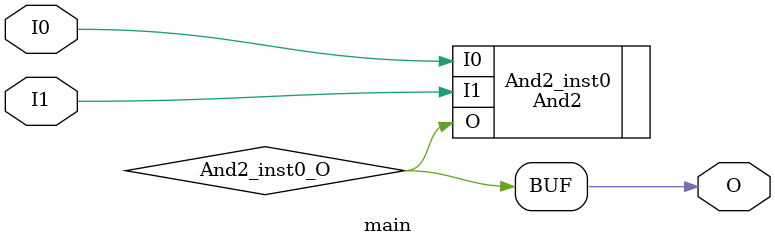
<source format=v>
module main (input  I0, input  I1, output  O);
wire  And2_inst0_O;
And2 And2_inst0 (.I0(I0), .I1(I1), .O(And2_inst0_O));
assign O = And2_inst0_O;
endmodule


</source>
